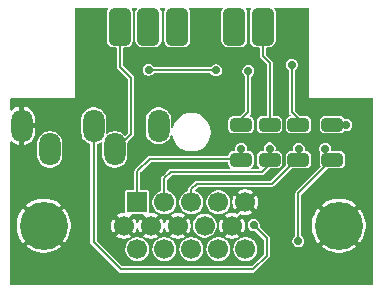
<source format=gbl>
G04 #@! TF.GenerationSoftware,KiCad,Pcbnew,9.0.0*
G04 #@! TF.CreationDate,2025-03-27T12:33:45-07:00*
G04 #@! TF.ProjectId,SNES2VGA,534e4553-3256-4474-912e-6b696361645f,1*
G04 #@! TF.SameCoordinates,Original*
G04 #@! TF.FileFunction,Copper,L2,Bot*
G04 #@! TF.FilePolarity,Positive*
%FSLAX46Y46*%
G04 Gerber Fmt 4.6, Leading zero omitted, Abs format (unit mm)*
G04 Created by KiCad (PCBNEW 9.0.0) date 2025-03-27 12:33:45*
%MOMM*%
%LPD*%
G01*
G04 APERTURE LIST*
G04 Aperture macros list*
%AMRoundRect*
0 Rectangle with rounded corners*
0 $1 Rounding radius*
0 $2 $3 $4 $5 $6 $7 $8 $9 X,Y pos of 4 corners*
0 Add a 4 corners polygon primitive as box body*
4,1,4,$2,$3,$4,$5,$6,$7,$8,$9,$2,$3,0*
0 Add four circle primitives for the rounded corners*
1,1,$1+$1,$2,$3*
1,1,$1+$1,$4,$5*
1,1,$1+$1,$6,$7*
1,1,$1+$1,$8,$9*
0 Add four rect primitives between the rounded corners*
20,1,$1+$1,$2,$3,$4,$5,0*
20,1,$1+$1,$4,$5,$6,$7,0*
20,1,$1+$1,$6,$7,$8,$9,0*
20,1,$1+$1,$8,$9,$2,$3,0*%
G04 Aperture macros list end*
G04 #@! TA.AperFunction,ConnectorPad*
%ADD10RoundRect,0.475000X-0.475000X-1.125000X0.475000X-1.125000X0.475000X1.125000X-0.475000X1.125000X0*%
G04 #@! TD*
G04 #@! TA.AperFunction,SMDPad,CuDef*
%ADD11RoundRect,0.250000X-0.650000X0.325000X-0.650000X-0.325000X0.650000X-0.325000X0.650000X0.325000X0*%
G04 #@! TD*
G04 #@! TA.AperFunction,ComponentPad*
%ADD12R,1.700000X1.700000*%
G04 #@! TD*
G04 #@! TA.AperFunction,ComponentPad*
%ADD13C,1.700000*%
G04 #@! TD*
G04 #@! TA.AperFunction,ComponentPad*
%ADD14C,4.066000*%
G04 #@! TD*
G04 #@! TA.AperFunction,ComponentPad*
%ADD15O,1.800000X2.800000*%
G04 #@! TD*
G04 #@! TA.AperFunction,ViaPad*
%ADD16C,0.700000*%
G04 #@! TD*
G04 #@! TA.AperFunction,Conductor*
%ADD17C,0.200000*%
G04 #@! TD*
G04 APERTURE END LIST*
D10*
X146980000Y-90140000D03*
X144560000Y-90140000D03*
X142140000Y-90140000D03*
X139720000Y-90140000D03*
X137300000Y-90140000D03*
X134880000Y-90140000D03*
D11*
X145130000Y-98455000D03*
X145130000Y-101405000D03*
X147560000Y-98455000D03*
X147560000Y-101405000D03*
X150000000Y-98455000D03*
X150000000Y-101405000D03*
D12*
X136345000Y-105020000D03*
D13*
X138635000Y-105020000D03*
X140925000Y-105020000D03*
X143215000Y-105020000D03*
X145505000Y-105020000D03*
X135200000Y-107000000D03*
X137490000Y-107000000D03*
X139780000Y-107000000D03*
X142070000Y-107000000D03*
X144360000Y-107000000D03*
X136345000Y-108980000D03*
X138635000Y-108980000D03*
X140925000Y-108980000D03*
X143215000Y-108980000D03*
X145505000Y-108980000D03*
D14*
X153420000Y-107000000D03*
X128430000Y-107000000D03*
D15*
X134450000Y-100550000D03*
X132650000Y-98550000D03*
X126550000Y-98550000D03*
X128950000Y-100550000D03*
X138150000Y-98550000D03*
D11*
X152870000Y-98455000D03*
X152870000Y-101405000D03*
D16*
X145760000Y-93900000D03*
X145150000Y-100480000D03*
X147550000Y-100469950D03*
X144560000Y-91259991D03*
X149430000Y-93380000D03*
X150010000Y-100490000D03*
X149990000Y-108300000D03*
X152270000Y-100490000D03*
X137310000Y-93809998D03*
X143010000Y-93850000D03*
X137280000Y-91240000D03*
X146200000Y-106939990D03*
X134493000Y-97663000D03*
X132537200Y-94538800D03*
X137540000Y-102880000D03*
X149479000Y-90043000D03*
X139810000Y-103440000D03*
X141470000Y-93030000D03*
X136017000Y-100203000D03*
X154060000Y-98470000D03*
D17*
X144940000Y-98180000D02*
X145760000Y-97360000D01*
X145760000Y-97360000D02*
X145760000Y-93900000D01*
X136340000Y-102400000D02*
X137390000Y-101350000D01*
X136340000Y-104780000D02*
X136340000Y-102400000D01*
X145150000Y-100480000D02*
X145150000Y-101280000D01*
X137390000Y-101350000D02*
X145150000Y-101350000D01*
X146970000Y-92650000D02*
X146970000Y-90930000D01*
X147590000Y-93270000D02*
X146970000Y-92650000D01*
X147590000Y-98030000D02*
X147590000Y-93270000D01*
X146890000Y-102450000D02*
X139170000Y-102450000D01*
X147550000Y-101340000D02*
X147550000Y-100469950D01*
X139170000Y-102450000D02*
X138640000Y-102980000D01*
X138640000Y-102980000D02*
X138640000Y-104750000D01*
X147580000Y-101760000D02*
X146890000Y-102450000D01*
X149430000Y-93380000D02*
X149440000Y-93390000D01*
X149440000Y-97360000D02*
X149980000Y-97900000D01*
X149980000Y-97900000D02*
X149980000Y-98470000D01*
X149440000Y-93390000D02*
X149440000Y-97360000D01*
X150010000Y-100490000D02*
X150010000Y-101320000D01*
X141390000Y-103440000D02*
X140925000Y-103905000D01*
X149550000Y-101670000D02*
X147780000Y-103440000D01*
X147780000Y-103440000D02*
X141390000Y-103440000D01*
X140925000Y-103905000D02*
X140925000Y-105020000D01*
X134880000Y-93530000D02*
X135830000Y-94480000D01*
X135830000Y-94480000D02*
X135830000Y-99250000D01*
X134880000Y-90700000D02*
X134880000Y-93530000D01*
X135830000Y-99250000D02*
X134490000Y-100590000D01*
X149990000Y-108300000D02*
X149990000Y-104270000D01*
X149990000Y-104270000D02*
X152870000Y-101390000D01*
X143010000Y-93850000D02*
X137350002Y-93850000D01*
X137350002Y-93850000D02*
X137310000Y-93809998D01*
X134980000Y-110710000D02*
X146150000Y-110710000D01*
X146150000Y-110710000D02*
X147320000Y-109540000D01*
X147320000Y-108059990D02*
X146200000Y-106939990D01*
X132650000Y-98550000D02*
X132650000Y-108380000D01*
X147320000Y-109540000D02*
X147320000Y-108059990D01*
X132650000Y-108380000D02*
X134980000Y-110710000D01*
X154060000Y-98470000D02*
X152870000Y-98470000D01*
G04 #@! TA.AperFunction,Conductor*
G36*
X136836581Y-106048982D02*
G01*
X136856739Y-106083897D01*
X137304822Y-106531980D01*
X137297007Y-106534075D01*
X137182993Y-106599901D01*
X137089901Y-106692993D01*
X137024075Y-106807007D01*
X137021980Y-106814822D01*
X136583464Y-106376306D01*
X136549195Y-106423476D01*
X136470594Y-106577736D01*
X136470589Y-106577749D01*
X136420133Y-106733036D01*
X136386863Y-106775619D01*
X136334005Y-106786854D01*
X136286291Y-106761484D01*
X136269867Y-106733036D01*
X136219410Y-106577749D01*
X136219405Y-106577736D01*
X136140804Y-106423475D01*
X136106534Y-106376306D01*
X135668018Y-106814821D01*
X135665925Y-106807007D01*
X135600099Y-106692993D01*
X135507007Y-106599901D01*
X135392993Y-106534075D01*
X135385176Y-106531980D01*
X135834644Y-106082512D01*
X135839881Y-106063626D01*
X135884416Y-106033017D01*
X135904198Y-106030500D01*
X136785801Y-106030500D01*
X136836581Y-106048982D01*
G37*
G04 #@! TD.AperFunction*
G04 #@! TA.AperFunction,Conductor*
G36*
X133865494Y-88548982D02*
G01*
X133892514Y-88595782D01*
X133883130Y-88649000D01*
X133882713Y-88649714D01*
X133817129Y-88760609D01*
X133772337Y-88914788D01*
X133772335Y-88914796D01*
X133769500Y-88950819D01*
X133769500Y-88950820D01*
X133769500Y-88950826D01*
X133769500Y-91329172D01*
X133769501Y-91329180D01*
X133771980Y-91360701D01*
X133772335Y-91365205D01*
X133772336Y-91365211D01*
X133817129Y-91519390D01*
X133898865Y-91657598D01*
X133898867Y-91657601D01*
X134012398Y-91771132D01*
X134012401Y-91771134D01*
X134012402Y-91771135D01*
X134150607Y-91852869D01*
X134150609Y-91852870D01*
X134202003Y-91867801D01*
X134304796Y-91897665D01*
X134340819Y-91900500D01*
X134540500Y-91900499D01*
X134591280Y-91918981D01*
X134618300Y-91965780D01*
X134619500Y-91979499D01*
X134619500Y-93581819D01*
X134659156Y-93677557D01*
X134659161Y-93677564D01*
X135546361Y-94564763D01*
X135569199Y-94613739D01*
X135569500Y-94620624D01*
X135569500Y-99109374D01*
X135551018Y-99160154D01*
X135546361Y-99165235D01*
X135361546Y-99350050D01*
X135312570Y-99372888D01*
X135260372Y-99358902D01*
X135249824Y-99350050D01*
X135126034Y-99226260D01*
X135126027Y-99226254D01*
X134997689Y-99140502D01*
X134952335Y-99110197D01*
X134952332Y-99110196D01*
X134952331Y-99110195D01*
X134759338Y-99030255D01*
X134759336Y-99030254D01*
X134554450Y-98989500D01*
X134345550Y-98989500D01*
X134140663Y-99030254D01*
X134140661Y-99030255D01*
X133947668Y-99110195D01*
X133947663Y-99110198D01*
X133833390Y-99186553D01*
X133780899Y-99199397D01*
X133732433Y-99175496D01*
X133710669Y-99126034D01*
X133710500Y-99120867D01*
X133710500Y-97945550D01*
X133669745Y-97740663D01*
X133669744Y-97740661D01*
X133602764Y-97578956D01*
X133589803Y-97547665D01*
X133473744Y-97373971D01*
X133473739Y-97373965D01*
X133326034Y-97226260D01*
X133326027Y-97226254D01*
X133152336Y-97110198D01*
X133152335Y-97110197D01*
X133152332Y-97110196D01*
X133152331Y-97110195D01*
X132959338Y-97030255D01*
X132959336Y-97030254D01*
X132754450Y-96989500D01*
X132545550Y-96989500D01*
X132340663Y-97030254D01*
X132340661Y-97030255D01*
X132147668Y-97110195D01*
X132147663Y-97110198D01*
X131973972Y-97226254D01*
X131973965Y-97226260D01*
X131826260Y-97373965D01*
X131826254Y-97373972D01*
X131710198Y-97547663D01*
X131710195Y-97547668D01*
X131630255Y-97740661D01*
X131630254Y-97740663D01*
X131589500Y-97945550D01*
X131589500Y-99154449D01*
X131630254Y-99359336D01*
X131630255Y-99359338D01*
X131710195Y-99552331D01*
X131710198Y-99552336D01*
X131826254Y-99726027D01*
X131826260Y-99726034D01*
X131973965Y-99873739D01*
X131973972Y-99873745D01*
X132042963Y-99919843D01*
X132147665Y-99989803D01*
X132340664Y-100069745D01*
X132340669Y-100069746D01*
X132340732Y-100069772D01*
X132380574Y-100106281D01*
X132389500Y-100142759D01*
X132389500Y-108431819D01*
X132429156Y-108527557D01*
X132429161Y-108527564D01*
X134832434Y-110930838D01*
X134832437Y-110930840D01*
X134832439Y-110930842D01*
X134928183Y-110970500D01*
X134928185Y-110970500D01*
X146201817Y-110970500D01*
X146233731Y-110957280D01*
X146297557Y-110930843D01*
X146297558Y-110930842D01*
X146297561Y-110930841D01*
X147540842Y-109687561D01*
X147580500Y-109591817D01*
X147580500Y-109488183D01*
X147580500Y-108232790D01*
X149479500Y-108232790D01*
X149479500Y-108367209D01*
X149514289Y-108497045D01*
X149514290Y-108497047D01*
X149581499Y-108613456D01*
X149676543Y-108708500D01*
X149676545Y-108708501D01*
X149676546Y-108708502D01*
X149792954Y-108775710D01*
X149922791Y-108810500D01*
X149922793Y-108810500D01*
X150057207Y-108810500D01*
X150057209Y-108810500D01*
X150187046Y-108775710D01*
X150303454Y-108708502D01*
X150303456Y-108708500D01*
X150347312Y-108664645D01*
X150398500Y-108613456D01*
X150398502Y-108613454D01*
X150465710Y-108497046D01*
X150500500Y-108367209D01*
X150500500Y-108232791D01*
X150465710Y-108102954D01*
X150464003Y-108099998D01*
X150417473Y-108019405D01*
X150398502Y-107986546D01*
X150398501Y-107986545D01*
X150398500Y-107986543D01*
X150303456Y-107891499D01*
X150303454Y-107891498D01*
X150289999Y-107883729D01*
X150255264Y-107842332D01*
X150250500Y-107815314D01*
X150250500Y-107149639D01*
X151136999Y-107149639D01*
X151176060Y-107446339D01*
X151253517Y-107735413D01*
X151253518Y-107735416D01*
X151368046Y-108011913D01*
X151517679Y-108271084D01*
X151668941Y-108468214D01*
X151668942Y-108468215D01*
X152155503Y-107981653D01*
X152199588Y-108042330D01*
X152377670Y-108220412D01*
X152438344Y-108264494D01*
X151951783Y-108751056D01*
X151951784Y-108751057D01*
X152148915Y-108902320D01*
X152408086Y-109051953D01*
X152684583Y-109166481D01*
X152684586Y-109166482D01*
X152973660Y-109243939D01*
X153270360Y-109283000D01*
X153569639Y-109283000D01*
X153866339Y-109243939D01*
X154155413Y-109166482D01*
X154155416Y-109166481D01*
X154431913Y-109051953D01*
X154691086Y-108902319D01*
X154691091Y-108902316D01*
X154888214Y-108751056D01*
X154888215Y-108751056D01*
X154401654Y-108264495D01*
X154462330Y-108220412D01*
X154640412Y-108042330D01*
X154684495Y-107981654D01*
X155171056Y-108468215D01*
X155171056Y-108468214D01*
X155322316Y-108271091D01*
X155322319Y-108271086D01*
X155471953Y-108011913D01*
X155586481Y-107735416D01*
X155586482Y-107735413D01*
X155663939Y-107446339D01*
X155703000Y-107149639D01*
X155703000Y-106850360D01*
X155663939Y-106553660D01*
X155586482Y-106264586D01*
X155586481Y-106264583D01*
X155471953Y-105988086D01*
X155322320Y-105728915D01*
X155171057Y-105531784D01*
X155171056Y-105531783D01*
X154684494Y-106018344D01*
X154640412Y-105957670D01*
X154462330Y-105779588D01*
X154401653Y-105735504D01*
X154888215Y-105248942D01*
X154888214Y-105248941D01*
X154691084Y-105097679D01*
X154431913Y-104948046D01*
X154155416Y-104833518D01*
X154155413Y-104833517D01*
X153866339Y-104756060D01*
X153569639Y-104717000D01*
X153270361Y-104717000D01*
X152973660Y-104756060D01*
X152684586Y-104833517D01*
X152684583Y-104833518D01*
X152408086Y-104948046D01*
X152148915Y-105097679D01*
X151951784Y-105248941D01*
X151951783Y-105248942D01*
X152438345Y-105735504D01*
X152377670Y-105779588D01*
X152199588Y-105957670D01*
X152155504Y-106018345D01*
X151668942Y-105531783D01*
X151668941Y-105531784D01*
X151517679Y-105728915D01*
X151368046Y-105988086D01*
X151253518Y-106264583D01*
X151253517Y-106264586D01*
X151176060Y-106553660D01*
X151137000Y-106850360D01*
X151137000Y-107149639D01*
X151136999Y-107149639D01*
X150250500Y-107149639D01*
X150250500Y-104410623D01*
X150268982Y-104359843D01*
X150273628Y-104354773D01*
X152464763Y-102163637D01*
X152513739Y-102140800D01*
X152520624Y-102140499D01*
X153552303Y-102140499D01*
X153552306Y-102140499D01*
X153648433Y-102125275D01*
X153764294Y-102066241D01*
X153856241Y-101974294D01*
X153915275Y-101858433D01*
X153930500Y-101762307D01*
X153930499Y-101047694D01*
X153915275Y-100951567D01*
X153856241Y-100835706D01*
X153856240Y-100835705D01*
X153856239Y-100835703D01*
X153764296Y-100743760D01*
X153762169Y-100742676D01*
X153648433Y-100684725D01*
X153648429Y-100684724D01*
X153648426Y-100684723D01*
X153552318Y-100669501D01*
X153552310Y-100669500D01*
X153552307Y-100669500D01*
X153552302Y-100669500D01*
X152853366Y-100669500D01*
X152802586Y-100651018D01*
X152775566Y-100604218D01*
X152777058Y-100570053D01*
X152780500Y-100557209D01*
X152780500Y-100422791D01*
X152745710Y-100292954D01*
X152678502Y-100176546D01*
X152678501Y-100176545D01*
X152678500Y-100176543D01*
X152583456Y-100081499D01*
X152467047Y-100014290D01*
X152467045Y-100014289D01*
X152337209Y-99979500D01*
X152202791Y-99979500D01*
X152202790Y-99979500D01*
X152072954Y-100014289D01*
X152072952Y-100014290D01*
X151956543Y-100081499D01*
X151861499Y-100176543D01*
X151794290Y-100292952D01*
X151794289Y-100292954D01*
X151759500Y-100422790D01*
X151759500Y-100557209D01*
X151794289Y-100687045D01*
X151794290Y-100687047D01*
X151860605Y-100801908D01*
X151869989Y-100855126D01*
X151862579Y-100877272D01*
X151824726Y-100951565D01*
X151824723Y-100951573D01*
X151809501Y-101047681D01*
X151809500Y-101047697D01*
X151809500Y-101762303D01*
X151818995Y-101822253D01*
X151824725Y-101858433D01*
X151837700Y-101883897D01*
X151869024Y-101945375D01*
X151875609Y-101999012D01*
X151854495Y-102037101D01*
X150230760Y-103660838D01*
X149842439Y-104049159D01*
X149818430Y-104073168D01*
X149769158Y-104122439D01*
X149769156Y-104122442D01*
X149729500Y-104218180D01*
X149729500Y-107815314D01*
X149711018Y-107866094D01*
X149690001Y-107883729D01*
X149676545Y-107891498D01*
X149676544Y-107891499D01*
X149581499Y-107986543D01*
X149514290Y-108102952D01*
X149514289Y-108102954D01*
X149479500Y-108232790D01*
X147580500Y-108232790D01*
X147580500Y-108008173D01*
X147571542Y-107986546D01*
X147540843Y-107912432D01*
X147540841Y-107912429D01*
X147512141Y-107883729D01*
X147467561Y-107839149D01*
X146726925Y-107098513D01*
X146704087Y-107049537D01*
X146706478Y-107022205D01*
X146710500Y-107007199D01*
X146710500Y-106872781D01*
X146675710Y-106742944D01*
X146675399Y-106742406D01*
X146608500Y-106626533D01*
X146513456Y-106531489D01*
X146397047Y-106464280D01*
X146397045Y-106464279D01*
X146267209Y-106429490D01*
X146132791Y-106429490D01*
X146132790Y-106429490D01*
X146002954Y-106464279D01*
X146002952Y-106464280D01*
X145886543Y-106531489D01*
X145791499Y-106626533D01*
X145724290Y-106742942D01*
X145724289Y-106742944D01*
X145689500Y-106872780D01*
X145689500Y-107007199D01*
X145724289Y-107137035D01*
X145724290Y-107137037D01*
X145791499Y-107253446D01*
X145886543Y-107348490D01*
X145886545Y-107348491D01*
X145886546Y-107348492D01*
X146002954Y-107415700D01*
X146132791Y-107450490D01*
X146132793Y-107450490D01*
X146267207Y-107450490D01*
X146267209Y-107450490D01*
X146282213Y-107446469D01*
X146336045Y-107451176D01*
X146358523Y-107466915D01*
X147036361Y-108144753D01*
X147059199Y-108193729D01*
X147059500Y-108200614D01*
X147059500Y-109399375D01*
X147041018Y-109450155D01*
X147036361Y-109455236D01*
X146065237Y-110426361D01*
X146016261Y-110449199D01*
X146009376Y-110449500D01*
X135120625Y-110449500D01*
X135069845Y-110431018D01*
X135064764Y-110426361D01*
X133518877Y-108880474D01*
X135334500Y-108880474D01*
X135334500Y-109079526D01*
X135351797Y-109166482D01*
X135373333Y-109274753D01*
X135373334Y-109274757D01*
X135449504Y-109458645D01*
X135449507Y-109458651D01*
X135560092Y-109624154D01*
X135560098Y-109624161D01*
X135700838Y-109764901D01*
X135700844Y-109764906D01*
X135866349Y-109875493D01*
X135866354Y-109875495D01*
X136050242Y-109951665D01*
X136050244Y-109951665D01*
X136050248Y-109951667D01*
X136245474Y-109990500D01*
X136444526Y-109990500D01*
X136639752Y-109951667D01*
X136823651Y-109875493D01*
X136989156Y-109764906D01*
X137129906Y-109624156D01*
X137240493Y-109458651D01*
X137316667Y-109274752D01*
X137355500Y-109079526D01*
X137355500Y-108880474D01*
X137624500Y-108880474D01*
X137624500Y-109079526D01*
X137641797Y-109166482D01*
X137663333Y-109274753D01*
X137663334Y-109274757D01*
X137739504Y-109458645D01*
X137739507Y-109458651D01*
X137850092Y-109624154D01*
X137850098Y-109624161D01*
X137990838Y-109764901D01*
X137990844Y-109764906D01*
X138156349Y-109875493D01*
X138156354Y-109875495D01*
X138340242Y-109951665D01*
X138340244Y-109951665D01*
X138340248Y-109951667D01*
X138535474Y-109990500D01*
X138734526Y-109990500D01*
X138929752Y-109951667D01*
X139113651Y-109875493D01*
X139279156Y-109764906D01*
X139419906Y-109624156D01*
X139530493Y-109458651D01*
X139606667Y-109274752D01*
X139645500Y-109079526D01*
X139645500Y-108880474D01*
X139914500Y-108880474D01*
X139914500Y-109079526D01*
X139931797Y-109166482D01*
X139953333Y-109274753D01*
X139953334Y-109274757D01*
X140029504Y-109458645D01*
X140029507Y-109458651D01*
X140140092Y-109624154D01*
X140140098Y-109624161D01*
X140280838Y-109764901D01*
X140280844Y-109764906D01*
X140446349Y-109875493D01*
X140446354Y-109875495D01*
X140630242Y-109951665D01*
X140630244Y-109951665D01*
X140630248Y-109951667D01*
X140825474Y-109990500D01*
X141024526Y-109990500D01*
X141219752Y-109951667D01*
X141403651Y-109875493D01*
X141569156Y-109764906D01*
X141709906Y-109624156D01*
X141820493Y-109458651D01*
X141896667Y-109274752D01*
X141935500Y-109079526D01*
X141935500Y-108880474D01*
X142204500Y-108880474D01*
X142204500Y-109079526D01*
X142221797Y-109166482D01*
X142243333Y-109274753D01*
X142243334Y-109274757D01*
X142319504Y-109458645D01*
X142319507Y-109458651D01*
X142430092Y-109624154D01*
X142430098Y-109624161D01*
X142570838Y-109764901D01*
X142570844Y-109764906D01*
X142736349Y-109875493D01*
X142736354Y-109875495D01*
X142920242Y-109951665D01*
X142920244Y-109951665D01*
X142920248Y-109951667D01*
X143115474Y-109990500D01*
X143314526Y-109990500D01*
X143509752Y-109951667D01*
X143693651Y-109875493D01*
X143859156Y-109764906D01*
X143999906Y-109624156D01*
X144110493Y-109458651D01*
X144186667Y-109274752D01*
X144225500Y-109079526D01*
X144225500Y-108880474D01*
X144494500Y-108880474D01*
X144494500Y-109079526D01*
X144511797Y-109166482D01*
X144533333Y-109274753D01*
X144533334Y-109274757D01*
X144609504Y-109458645D01*
X144609507Y-109458651D01*
X144720092Y-109624154D01*
X144720098Y-109624161D01*
X144860838Y-109764901D01*
X144860844Y-109764906D01*
X145026349Y-109875493D01*
X145026354Y-109875495D01*
X145210242Y-109951665D01*
X145210244Y-109951665D01*
X145210248Y-109951667D01*
X145405474Y-109990500D01*
X145604526Y-109990500D01*
X145799752Y-109951667D01*
X145983651Y-109875493D01*
X146149156Y-109764906D01*
X146289906Y-109624156D01*
X146400493Y-109458651D01*
X146476667Y-109274752D01*
X146515500Y-109079526D01*
X146515500Y-108880474D01*
X146476667Y-108685248D01*
X146400493Y-108501349D01*
X146311688Y-108368443D01*
X146289907Y-108335845D01*
X146289901Y-108335838D01*
X146149161Y-108195098D01*
X146149154Y-108195092D01*
X145983651Y-108084507D01*
X145983645Y-108084504D01*
X145799757Y-108008334D01*
X145799753Y-108008333D01*
X145604526Y-107969500D01*
X145405474Y-107969500D01*
X145210246Y-108008333D01*
X145210242Y-108008334D01*
X145026354Y-108084504D01*
X145026348Y-108084507D01*
X144860845Y-108195092D01*
X144860838Y-108195098D01*
X144720098Y-108335838D01*
X144720092Y-108335845D01*
X144609507Y-108501348D01*
X144609504Y-108501354D01*
X144533334Y-108685242D01*
X144533333Y-108685246D01*
X144515339Y-108775709D01*
X144494500Y-108880474D01*
X144225500Y-108880474D01*
X144186667Y-108685248D01*
X144110493Y-108501349D01*
X144021688Y-108368443D01*
X143999907Y-108335845D01*
X143999901Y-108335838D01*
X143859161Y-108195098D01*
X143859154Y-108195092D01*
X143693651Y-108084507D01*
X143693645Y-108084504D01*
X143509757Y-108008334D01*
X143509753Y-108008333D01*
X143314526Y-107969500D01*
X143115474Y-107969500D01*
X142920246Y-108008333D01*
X142920242Y-108008334D01*
X142736354Y-108084504D01*
X142736348Y-108084507D01*
X142570845Y-108195092D01*
X142570838Y-108195098D01*
X142430098Y-108335838D01*
X142430092Y-108335845D01*
X142319507Y-108501348D01*
X142319504Y-108501354D01*
X142243334Y-108685242D01*
X142243333Y-108685246D01*
X142225339Y-108775709D01*
X142204500Y-108880474D01*
X141935500Y-108880474D01*
X141896667Y-108685248D01*
X141820493Y-108501349D01*
X141731688Y-108368443D01*
X141709907Y-108335845D01*
X141709901Y-108335838D01*
X141569161Y-108195098D01*
X141569154Y-108195092D01*
X141403651Y-108084507D01*
X141403645Y-108084504D01*
X141219757Y-108008334D01*
X141219753Y-108008333D01*
X141024526Y-107969500D01*
X140825474Y-107969500D01*
X140630246Y-108008333D01*
X140630242Y-108008334D01*
X140446354Y-108084504D01*
X140446348Y-108084507D01*
X140280845Y-108195092D01*
X140280838Y-108195098D01*
X140140098Y-108335838D01*
X140140092Y-108335845D01*
X140029507Y-108501348D01*
X140029504Y-108501354D01*
X139953334Y-108685242D01*
X139953333Y-108685246D01*
X139935339Y-108775709D01*
X139914500Y-108880474D01*
X139645500Y-108880474D01*
X139606667Y-108685248D01*
X139530493Y-108501349D01*
X139441688Y-108368443D01*
X139419907Y-108335845D01*
X139419901Y-108335838D01*
X139279161Y-108195098D01*
X139279154Y-108195092D01*
X139113651Y-108084507D01*
X139113645Y-108084504D01*
X138929757Y-108008334D01*
X138929753Y-108008333D01*
X138734526Y-107969500D01*
X138535474Y-107969500D01*
X138340246Y-108008333D01*
X138340242Y-108008334D01*
X138156354Y-108084504D01*
X138156348Y-108084507D01*
X137990845Y-108195092D01*
X137990838Y-108195098D01*
X137850098Y-108335838D01*
X137850092Y-108335845D01*
X137739507Y-108501348D01*
X137739504Y-108501354D01*
X137663334Y-108685242D01*
X137663333Y-108685246D01*
X137645339Y-108775709D01*
X137624500Y-108880474D01*
X137355500Y-108880474D01*
X137316667Y-108685248D01*
X137240493Y-108501349D01*
X137151688Y-108368443D01*
X137129907Y-108335845D01*
X137129901Y-108335838D01*
X136989161Y-108195098D01*
X136989154Y-108195092D01*
X136823651Y-108084507D01*
X136823645Y-108084504D01*
X136639757Y-108008334D01*
X136639753Y-108008333D01*
X136444526Y-107969500D01*
X136245474Y-107969500D01*
X136050246Y-108008333D01*
X136050242Y-108008334D01*
X135866354Y-108084504D01*
X135866348Y-108084507D01*
X135700845Y-108195092D01*
X135700838Y-108195098D01*
X135560098Y-108335838D01*
X135560092Y-108335845D01*
X135449507Y-108501348D01*
X135449504Y-108501354D01*
X135373334Y-108685242D01*
X135373333Y-108685246D01*
X135355339Y-108775709D01*
X135334500Y-108880474D01*
X133518877Y-108880474D01*
X132933639Y-108295236D01*
X132910801Y-108246260D01*
X132910500Y-108239375D01*
X132910500Y-106913432D01*
X134100000Y-106913432D01*
X134100000Y-107086567D01*
X134100001Y-107086583D01*
X134127083Y-107257573D01*
X134127088Y-107257593D01*
X134180589Y-107422250D01*
X134180594Y-107422263D01*
X134259195Y-107576524D01*
X134293464Y-107623692D01*
X134731980Y-107185176D01*
X134734075Y-107192993D01*
X134799901Y-107307007D01*
X134892993Y-107400099D01*
X135007007Y-107465925D01*
X135014821Y-107468018D01*
X134576306Y-107906534D01*
X134623475Y-107940804D01*
X134777736Y-108019405D01*
X134777749Y-108019410D01*
X134942406Y-108072911D01*
X134942426Y-108072916D01*
X135113416Y-108099998D01*
X135113433Y-108100000D01*
X135286567Y-108100000D01*
X135286583Y-108099998D01*
X135457573Y-108072916D01*
X135457593Y-108072911D01*
X135622250Y-108019410D01*
X135622263Y-108019405D01*
X135776525Y-107940803D01*
X135823692Y-107906534D01*
X135385177Y-107468019D01*
X135392993Y-107465925D01*
X135507007Y-107400099D01*
X135600099Y-107307007D01*
X135665925Y-107192993D01*
X135668019Y-107185177D01*
X136106534Y-107623692D01*
X136140803Y-107576525D01*
X136219405Y-107422263D01*
X136219410Y-107422250D01*
X136269867Y-107266963D01*
X136303137Y-107224380D01*
X136355995Y-107213145D01*
X136403709Y-107238515D01*
X136420133Y-107266963D01*
X136470589Y-107422250D01*
X136470594Y-107422263D01*
X136549195Y-107576524D01*
X136583464Y-107623692D01*
X137021980Y-107185176D01*
X137024075Y-107192993D01*
X137089901Y-107307007D01*
X137182993Y-107400099D01*
X137297007Y-107465925D01*
X137304821Y-107468018D01*
X136866306Y-107906534D01*
X136913475Y-107940804D01*
X137067736Y-108019405D01*
X137067749Y-108019410D01*
X137232406Y-108072911D01*
X137232426Y-108072916D01*
X137403416Y-108099998D01*
X137403433Y-108100000D01*
X137576567Y-108100000D01*
X137576583Y-108099998D01*
X137747573Y-108072916D01*
X137747593Y-108072911D01*
X137912250Y-108019410D01*
X137912263Y-108019405D01*
X138066525Y-107940803D01*
X138113692Y-107906534D01*
X137675177Y-107468019D01*
X137682993Y-107465925D01*
X137797007Y-107400099D01*
X137890099Y-107307007D01*
X137955925Y-107192993D01*
X137958019Y-107185177D01*
X138396534Y-107623692D01*
X138430803Y-107576525D01*
X138509405Y-107422263D01*
X138509410Y-107422250D01*
X138559867Y-107266963D01*
X138593137Y-107224380D01*
X138645995Y-107213145D01*
X138693709Y-107238515D01*
X138710133Y-107266963D01*
X138760589Y-107422250D01*
X138760594Y-107422263D01*
X138839195Y-107576524D01*
X138873464Y-107623692D01*
X139311980Y-107185176D01*
X139314075Y-107192993D01*
X139379901Y-107307007D01*
X139472993Y-107400099D01*
X139587007Y-107465925D01*
X139594821Y-107468018D01*
X139156306Y-107906534D01*
X139203475Y-107940804D01*
X139357736Y-108019405D01*
X139357749Y-108019410D01*
X139522406Y-108072911D01*
X139522426Y-108072916D01*
X139693416Y-108099998D01*
X139693433Y-108100000D01*
X139866567Y-108100000D01*
X139866583Y-108099998D01*
X140037573Y-108072916D01*
X140037593Y-108072911D01*
X140202250Y-108019410D01*
X140202263Y-108019405D01*
X140356525Y-107940803D01*
X140403692Y-107906534D01*
X139965177Y-107468019D01*
X139972993Y-107465925D01*
X140087007Y-107400099D01*
X140180099Y-107307007D01*
X140245925Y-107192993D01*
X140248019Y-107185177D01*
X140686534Y-107623692D01*
X140720803Y-107576525D01*
X140799405Y-107422263D01*
X140799410Y-107422250D01*
X140852911Y-107257593D01*
X140852916Y-107257573D01*
X140879998Y-107086583D01*
X140880000Y-107086567D01*
X140880000Y-106913432D01*
X140879999Y-106913428D01*
X140879291Y-106908956D01*
X140879291Y-106908951D01*
X140877948Y-106900474D01*
X141059500Y-106900474D01*
X141059500Y-107099526D01*
X141069468Y-107149639D01*
X141098333Y-107294753D01*
X141098334Y-107294757D01*
X141174504Y-107478645D01*
X141174507Y-107478651D01*
X141285092Y-107644154D01*
X141285098Y-107644161D01*
X141425838Y-107784901D01*
X141425844Y-107784906D01*
X141591349Y-107895493D01*
X141591354Y-107895495D01*
X141775242Y-107971665D01*
X141775244Y-107971665D01*
X141775248Y-107971667D01*
X141970474Y-108010500D01*
X142169526Y-108010500D01*
X142364752Y-107971667D01*
X142548651Y-107895493D01*
X142714156Y-107784906D01*
X142854906Y-107644156D01*
X142965493Y-107478651D01*
X143041667Y-107294752D01*
X143080500Y-107099526D01*
X143080500Y-106913432D01*
X143260000Y-106913432D01*
X143260000Y-107086567D01*
X143260001Y-107086583D01*
X143287083Y-107257573D01*
X143287088Y-107257593D01*
X143340589Y-107422250D01*
X143340594Y-107422263D01*
X143419195Y-107576524D01*
X143453464Y-107623692D01*
X143891980Y-107185176D01*
X143894075Y-107192993D01*
X143959901Y-107307007D01*
X144052993Y-107400099D01*
X144167007Y-107465925D01*
X144174821Y-107468018D01*
X143736306Y-107906534D01*
X143783475Y-107940804D01*
X143937736Y-108019405D01*
X143937749Y-108019410D01*
X144102406Y-108072911D01*
X144102426Y-108072916D01*
X144273416Y-108099998D01*
X144273433Y-108100000D01*
X144446567Y-108100000D01*
X144446583Y-108099998D01*
X144617573Y-108072916D01*
X144617593Y-108072911D01*
X144782250Y-108019410D01*
X144782263Y-108019405D01*
X144936525Y-107940803D01*
X144983692Y-107906534D01*
X144545177Y-107468019D01*
X144552993Y-107465925D01*
X144667007Y-107400099D01*
X144760099Y-107307007D01*
X144825925Y-107192993D01*
X144828019Y-107185177D01*
X145266534Y-107623692D01*
X145300803Y-107576525D01*
X145379405Y-107422263D01*
X145379410Y-107422250D01*
X145432911Y-107257593D01*
X145432916Y-107257573D01*
X145459998Y-107086583D01*
X145460000Y-107086567D01*
X145460000Y-106913432D01*
X145459998Y-106913416D01*
X145432916Y-106742426D01*
X145432911Y-106742406D01*
X145379410Y-106577749D01*
X145379405Y-106577736D01*
X145300804Y-106423475D01*
X145266534Y-106376306D01*
X144828018Y-106814821D01*
X144825925Y-106807007D01*
X144760099Y-106692993D01*
X144667007Y-106599901D01*
X144552993Y-106534075D01*
X144545176Y-106531980D01*
X144998155Y-106079001D01*
X145000440Y-106070760D01*
X145044973Y-106040148D01*
X145089172Y-106041497D01*
X145247407Y-106092911D01*
X145247426Y-106092916D01*
X145418416Y-106119998D01*
X145418433Y-106120000D01*
X145591567Y-106120000D01*
X145591583Y-106119998D01*
X145762573Y-106092916D01*
X145762593Y-106092911D01*
X145927250Y-106039410D01*
X145927263Y-106039405D01*
X146081525Y-105960803D01*
X146128692Y-105926534D01*
X145690177Y-105488019D01*
X145697993Y-105485925D01*
X145812007Y-105420099D01*
X145905099Y-105327007D01*
X145970925Y-105212993D01*
X145973019Y-105205177D01*
X146411534Y-105643692D01*
X146445803Y-105596525D01*
X146524405Y-105442263D01*
X146524410Y-105442250D01*
X146577911Y-105277593D01*
X146577916Y-105277573D01*
X146604998Y-105106583D01*
X146605000Y-105106567D01*
X146605000Y-104933432D01*
X146604998Y-104933416D01*
X146577916Y-104762426D01*
X146577911Y-104762406D01*
X146524410Y-104597749D01*
X146524405Y-104597736D01*
X146445804Y-104443475D01*
X146411534Y-104396306D01*
X145973018Y-104834821D01*
X145970925Y-104827007D01*
X145905099Y-104712993D01*
X145812007Y-104619901D01*
X145697993Y-104554075D01*
X145690176Y-104551980D01*
X146128692Y-104113464D01*
X146081524Y-104079195D01*
X145927263Y-104000594D01*
X145927250Y-104000589D01*
X145762593Y-103947088D01*
X145762573Y-103947083D01*
X145591583Y-103920001D01*
X145591567Y-103920000D01*
X145418433Y-103920000D01*
X145418416Y-103920001D01*
X145247426Y-103947083D01*
X145247406Y-103947088D01*
X145082749Y-104000589D01*
X145082736Y-104000594D01*
X144928476Y-104079195D01*
X144881306Y-104113464D01*
X145319822Y-104551980D01*
X145312007Y-104554075D01*
X145197993Y-104619901D01*
X145104901Y-104712993D01*
X145039075Y-104827007D01*
X145036980Y-104834822D01*
X144598464Y-104396306D01*
X144564195Y-104443476D01*
X144485594Y-104597736D01*
X144485589Y-104597749D01*
X144432088Y-104762406D01*
X144432083Y-104762426D01*
X144405001Y-104933416D01*
X144405000Y-104933432D01*
X144405000Y-105106567D01*
X144405001Y-105106583D01*
X144432083Y-105277573D01*
X144432088Y-105277593D01*
X144485589Y-105442250D01*
X144485594Y-105442263D01*
X144564195Y-105596524D01*
X144598464Y-105643692D01*
X145036980Y-105205176D01*
X145039075Y-105212993D01*
X145104901Y-105327007D01*
X145197993Y-105420099D01*
X145312007Y-105485925D01*
X145319821Y-105488018D01*
X144866838Y-105941002D01*
X144864551Y-105949248D01*
X144820014Y-105979854D01*
X144775826Y-105978502D01*
X144617592Y-105927088D01*
X144617573Y-105927083D01*
X144446583Y-105900001D01*
X144446567Y-105900000D01*
X144273433Y-105900000D01*
X144273416Y-105900001D01*
X144102426Y-105927083D01*
X144102406Y-105927088D01*
X143937749Y-105980589D01*
X143937736Y-105980594D01*
X143783476Y-106059195D01*
X143736306Y-106093464D01*
X144174822Y-106531980D01*
X144167007Y-106534075D01*
X144052993Y-106599901D01*
X143959901Y-106692993D01*
X143894075Y-106807007D01*
X143891980Y-106814822D01*
X143453464Y-106376306D01*
X143419195Y-106423476D01*
X143340594Y-106577736D01*
X143340589Y-106577749D01*
X143287088Y-106742406D01*
X143287083Y-106742426D01*
X143260001Y-106913416D01*
X143260000Y-106913432D01*
X143080500Y-106913432D01*
X143080500Y-106900474D01*
X143041667Y-106705248D01*
X143008564Y-106625332D01*
X142965495Y-106521354D01*
X142965492Y-106521348D01*
X142854907Y-106355845D01*
X142854901Y-106355838D01*
X142714161Y-106215098D01*
X142714154Y-106215092D01*
X142675491Y-106189259D01*
X142548651Y-106104507D01*
X142548645Y-106104504D01*
X142364757Y-106028334D01*
X142364753Y-106028333D01*
X142169526Y-105989500D01*
X141970474Y-105989500D01*
X141775246Y-106028333D01*
X141775242Y-106028334D01*
X141591354Y-106104504D01*
X141591348Y-106104507D01*
X141425845Y-106215092D01*
X141425838Y-106215098D01*
X141285098Y-106355838D01*
X141285092Y-106355845D01*
X141174507Y-106521348D01*
X141174504Y-106521354D01*
X141098334Y-106705242D01*
X141098333Y-106705246D01*
X141078092Y-106807007D01*
X141059500Y-106900474D01*
X140877948Y-106900474D01*
X140852916Y-106742426D01*
X140852911Y-106742406D01*
X140799410Y-106577749D01*
X140799405Y-106577736D01*
X140720804Y-106423475D01*
X140686534Y-106376306D01*
X140248018Y-106814821D01*
X140245925Y-106807007D01*
X140180099Y-106692993D01*
X140087007Y-106599901D01*
X139972993Y-106534075D01*
X139965176Y-106531980D01*
X140403692Y-106093464D01*
X140356524Y-106059195D01*
X140202263Y-105980594D01*
X140202250Y-105980589D01*
X140037593Y-105927088D01*
X140037573Y-105927083D01*
X139866583Y-105900001D01*
X139866567Y-105900000D01*
X139693433Y-105900000D01*
X139693416Y-105900001D01*
X139522426Y-105927083D01*
X139522406Y-105927088D01*
X139357749Y-105980589D01*
X139357736Y-105980594D01*
X139203476Y-106059195D01*
X139156306Y-106093464D01*
X139594822Y-106531980D01*
X139587007Y-106534075D01*
X139472993Y-106599901D01*
X139379901Y-106692993D01*
X139314075Y-106807007D01*
X139311980Y-106814822D01*
X138873464Y-106376306D01*
X138839195Y-106423476D01*
X138760594Y-106577736D01*
X138760589Y-106577749D01*
X138710133Y-106733036D01*
X138676863Y-106775619D01*
X138624005Y-106786854D01*
X138576291Y-106761484D01*
X138559867Y-106733036D01*
X138509410Y-106577749D01*
X138509405Y-106577736D01*
X138430804Y-106423475D01*
X138396534Y-106376306D01*
X137958018Y-106814821D01*
X137955925Y-106807007D01*
X137890099Y-106692993D01*
X137797007Y-106599901D01*
X137682993Y-106534075D01*
X137675176Y-106531980D01*
X138113692Y-106093464D01*
X138066524Y-106059195D01*
X137912263Y-105980594D01*
X137912250Y-105980589D01*
X137747593Y-105927088D01*
X137747573Y-105927083D01*
X137576583Y-105900001D01*
X137576567Y-105900000D01*
X137434500Y-105900000D01*
X137383720Y-105881518D01*
X137356700Y-105834718D01*
X137355500Y-105821000D01*
X137355500Y-104154194D01*
X137346187Y-104107376D01*
X137310714Y-104054285D01*
X137270984Y-104027740D01*
X137257624Y-104018813D01*
X137257623Y-104018812D01*
X137210806Y-104009500D01*
X136679500Y-104009500D01*
X136628720Y-103991018D01*
X136601700Y-103944218D01*
X136600500Y-103930500D01*
X136600500Y-102540624D01*
X136618982Y-102489844D01*
X136623639Y-102484763D01*
X137474763Y-101633639D01*
X137523739Y-101610801D01*
X137530624Y-101610500D01*
X143990501Y-101610500D01*
X144041281Y-101628982D01*
X144068301Y-101675782D01*
X144069501Y-101689500D01*
X144069501Y-101762306D01*
X144084725Y-101858433D01*
X144129024Y-101945375D01*
X144143760Y-101974296D01*
X144224103Y-102054639D01*
X144246941Y-102103615D01*
X144232955Y-102155813D01*
X144188689Y-102186808D01*
X144168242Y-102189500D01*
X139118182Y-102189500D01*
X139022442Y-102229156D01*
X139022436Y-102229161D01*
X138743696Y-102507902D01*
X138492439Y-102759159D01*
X138455798Y-102795799D01*
X138419158Y-102832439D01*
X138419156Y-102832442D01*
X138379500Y-102928180D01*
X138379500Y-103979287D01*
X138361018Y-104030067D01*
X138330733Y-104052273D01*
X138156351Y-104124505D01*
X138156348Y-104124507D01*
X137990845Y-104235092D01*
X137990838Y-104235098D01*
X137850098Y-104375838D01*
X137850092Y-104375845D01*
X137739507Y-104541348D01*
X137739504Y-104541354D01*
X137663334Y-104725242D01*
X137663333Y-104725246D01*
X137624500Y-104920474D01*
X137624500Y-105119525D01*
X137663333Y-105314753D01*
X137663334Y-105314757D01*
X137739504Y-105498645D01*
X137739507Y-105498651D01*
X137850092Y-105664154D01*
X137850098Y-105664161D01*
X137990838Y-105804901D01*
X137990844Y-105804906D01*
X138156349Y-105915493D01*
X138156354Y-105915495D01*
X138340242Y-105991665D01*
X138340244Y-105991665D01*
X138340248Y-105991667D01*
X138535474Y-106030500D01*
X138734526Y-106030500D01*
X138929752Y-105991667D01*
X139113651Y-105915493D01*
X139279156Y-105804906D01*
X139419906Y-105664156D01*
X139530493Y-105498651D01*
X139606667Y-105314752D01*
X139645500Y-105119526D01*
X139645500Y-104920474D01*
X139914500Y-104920474D01*
X139914500Y-105119525D01*
X139953333Y-105314753D01*
X139953334Y-105314757D01*
X140029504Y-105498645D01*
X140029507Y-105498651D01*
X140140092Y-105664154D01*
X140140098Y-105664161D01*
X140280838Y-105804901D01*
X140280844Y-105804906D01*
X140446349Y-105915493D01*
X140446354Y-105915495D01*
X140630242Y-105991665D01*
X140630244Y-105991665D01*
X140630248Y-105991667D01*
X140825474Y-106030500D01*
X141024526Y-106030500D01*
X141219752Y-105991667D01*
X141403651Y-105915493D01*
X141569156Y-105804906D01*
X141709906Y-105664156D01*
X141820493Y-105498651D01*
X141896667Y-105314752D01*
X141935500Y-105119526D01*
X141935500Y-104920474D01*
X142204500Y-104920474D01*
X142204500Y-105119525D01*
X142243333Y-105314753D01*
X142243334Y-105314757D01*
X142319504Y-105498645D01*
X142319507Y-105498651D01*
X142430092Y-105664154D01*
X142430098Y-105664161D01*
X142570838Y-105804901D01*
X142570844Y-105804906D01*
X142736349Y-105915493D01*
X142736354Y-105915495D01*
X142920242Y-105991665D01*
X142920244Y-105991665D01*
X142920248Y-105991667D01*
X143115474Y-106030500D01*
X143314526Y-106030500D01*
X143509752Y-105991667D01*
X143693651Y-105915493D01*
X143859156Y-105804906D01*
X143999906Y-105664156D01*
X144110493Y-105498651D01*
X144186667Y-105314752D01*
X144225500Y-105119526D01*
X144225500Y-104920474D01*
X144186667Y-104725248D01*
X144133849Y-104597736D01*
X144110495Y-104541354D01*
X144110492Y-104541348D01*
X143999907Y-104375845D01*
X143999901Y-104375838D01*
X143859161Y-104235098D01*
X143859154Y-104235092D01*
X143820491Y-104209259D01*
X143693651Y-104124507D01*
X143693645Y-104124504D01*
X143509757Y-104048334D01*
X143509753Y-104048333D01*
X143314526Y-104009500D01*
X143115474Y-104009500D01*
X142920246Y-104048333D01*
X142920242Y-104048334D01*
X142736354Y-104124504D01*
X142736348Y-104124507D01*
X142570845Y-104235092D01*
X142570838Y-104235098D01*
X142430098Y-104375838D01*
X142430092Y-104375845D01*
X142319507Y-104541348D01*
X142319504Y-104541354D01*
X142243334Y-104725242D01*
X142243333Y-104725246D01*
X142204500Y-104920474D01*
X141935500Y-104920474D01*
X141896667Y-104725248D01*
X141843849Y-104597736D01*
X141820495Y-104541354D01*
X141820492Y-104541348D01*
X141709907Y-104375845D01*
X141709901Y-104375838D01*
X141569161Y-104235098D01*
X141569154Y-104235092D01*
X141403651Y-104124507D01*
X141403645Y-104124504D01*
X141279709Y-104073168D01*
X141239867Y-104036660D01*
X141232814Y-103983083D01*
X141254077Y-103944324D01*
X141474764Y-103723637D01*
X141523739Y-103700801D01*
X141530624Y-103700500D01*
X147831817Y-103700500D01*
X147871267Y-103684159D01*
X147927557Y-103660843D01*
X147927557Y-103660842D01*
X147927561Y-103660841D01*
X149424763Y-102163637D01*
X149473739Y-102140800D01*
X149480624Y-102140499D01*
X150682303Y-102140499D01*
X150682306Y-102140499D01*
X150778433Y-102125275D01*
X150894294Y-102066241D01*
X150986241Y-101974294D01*
X151045275Y-101858433D01*
X151060500Y-101762307D01*
X151060499Y-101047694D01*
X151045275Y-100951567D01*
X150986241Y-100835706D01*
X150986240Y-100835705D01*
X150986239Y-100835703D01*
X150894296Y-100743760D01*
X150892169Y-100742676D01*
X150778433Y-100684725D01*
X150778429Y-100684724D01*
X150778426Y-100684723D01*
X150682318Y-100669501D01*
X150682310Y-100669500D01*
X150682307Y-100669500D01*
X150682302Y-100669500D01*
X150593366Y-100669500D01*
X150542586Y-100651018D01*
X150515566Y-100604218D01*
X150517058Y-100570053D01*
X150520500Y-100557209D01*
X150520500Y-100422791D01*
X150485710Y-100292954D01*
X150418502Y-100176546D01*
X150418501Y-100176545D01*
X150418500Y-100176543D01*
X150323456Y-100081499D01*
X150207047Y-100014290D01*
X150207045Y-100014289D01*
X150077209Y-99979500D01*
X149942791Y-99979500D01*
X149942790Y-99979500D01*
X149812954Y-100014289D01*
X149812952Y-100014290D01*
X149696543Y-100081499D01*
X149601499Y-100176543D01*
X149534290Y-100292952D01*
X149534289Y-100292954D01*
X149499500Y-100422790D01*
X149499500Y-100557211D01*
X149502942Y-100570057D01*
X149498230Y-100623890D01*
X149460017Y-100662100D01*
X149426634Y-100669500D01*
X149317696Y-100669500D01*
X149249166Y-100680354D01*
X149221567Y-100684725D01*
X149164698Y-100713700D01*
X149105703Y-100743760D01*
X149013760Y-100835703D01*
X149003864Y-100855126D01*
X148954725Y-100951567D01*
X148954725Y-100951568D01*
X148954723Y-100951573D01*
X148939501Y-101047681D01*
X148939500Y-101047697D01*
X148939500Y-101762303D01*
X148953684Y-101851861D01*
X148943372Y-101904907D01*
X148931517Y-101920079D01*
X147695237Y-103156361D01*
X147646261Y-103179199D01*
X147639376Y-103179500D01*
X141338182Y-103179500D01*
X141242442Y-103219156D01*
X141242436Y-103219160D01*
X140800760Y-103660838D01*
X140777439Y-103684159D01*
X140740798Y-103720799D01*
X140704158Y-103757439D01*
X140704156Y-103757442D01*
X140664500Y-103853180D01*
X140664500Y-103981359D01*
X140646018Y-104032139D01*
X140615732Y-104054345D01*
X140446354Y-104124504D01*
X140446348Y-104124507D01*
X140280845Y-104235092D01*
X140280838Y-104235098D01*
X140140098Y-104375838D01*
X140140092Y-104375845D01*
X140029507Y-104541348D01*
X140029504Y-104541354D01*
X139953334Y-104725242D01*
X139953333Y-104725246D01*
X139914500Y-104920474D01*
X139645500Y-104920474D01*
X139606667Y-104725248D01*
X139553849Y-104597736D01*
X139530495Y-104541354D01*
X139530492Y-104541348D01*
X139419907Y-104375845D01*
X139419901Y-104375838D01*
X139279161Y-104235098D01*
X139279154Y-104235092D01*
X139113651Y-104124507D01*
X139113648Y-104124505D01*
X138949267Y-104056415D01*
X138909426Y-104019906D01*
X138900500Y-103983429D01*
X138900500Y-103120624D01*
X138918982Y-103069844D01*
X138923639Y-103064763D01*
X139254763Y-102733639D01*
X139303739Y-102710801D01*
X139310624Y-102710500D01*
X146941817Y-102710500D01*
X146973731Y-102697280D01*
X147037557Y-102670843D01*
X147037558Y-102670842D01*
X147037561Y-102670841D01*
X147544763Y-102163637D01*
X147593739Y-102140800D01*
X147600624Y-102140499D01*
X148242303Y-102140499D01*
X148242306Y-102140499D01*
X148338433Y-102125275D01*
X148454294Y-102066241D01*
X148546241Y-101974294D01*
X148605275Y-101858433D01*
X148620500Y-101762307D01*
X148620499Y-101047694D01*
X148605275Y-100951567D01*
X148546241Y-100835706D01*
X148546240Y-100835705D01*
X148546239Y-100835703D01*
X148454296Y-100743760D01*
X148452169Y-100742676D01*
X148338433Y-100684725D01*
X148338429Y-100684724D01*
X148338426Y-100684723D01*
X148242318Y-100669501D01*
X148242310Y-100669500D01*
X148242307Y-100669500D01*
X148242302Y-100669500D01*
X148127994Y-100669500D01*
X148077214Y-100651018D01*
X148050194Y-100604218D01*
X148051686Y-100570054D01*
X148055128Y-100557207D01*
X148060500Y-100537159D01*
X148060500Y-100402741D01*
X148025710Y-100272904D01*
X147958502Y-100156496D01*
X147958501Y-100156495D01*
X147958500Y-100156493D01*
X147863456Y-100061449D01*
X147747047Y-99994240D01*
X147747045Y-99994239D01*
X147617209Y-99959450D01*
X147482791Y-99959450D01*
X147482790Y-99959450D01*
X147352954Y-99994239D01*
X147352952Y-99994240D01*
X147236543Y-100061449D01*
X147141499Y-100156493D01*
X147074290Y-100272902D01*
X147074289Y-100272904D01*
X147039500Y-100402740D01*
X147039500Y-100537161D01*
X147048314Y-100570054D01*
X147043604Y-100623887D01*
X147005392Y-100662098D01*
X146972007Y-100669500D01*
X146877696Y-100669500D01*
X146809166Y-100680354D01*
X146781567Y-100684725D01*
X146724698Y-100713700D01*
X146665703Y-100743760D01*
X146573760Y-100835703D01*
X146563864Y-100855126D01*
X146514725Y-100951567D01*
X146514725Y-100951568D01*
X146514723Y-100951573D01*
X146499501Y-101047681D01*
X146499500Y-101047697D01*
X146499500Y-101762303D01*
X146508995Y-101822253D01*
X146514725Y-101858433D01*
X146559024Y-101945375D01*
X146573760Y-101974296D01*
X146654103Y-102054639D01*
X146676941Y-102103615D01*
X146662955Y-102155813D01*
X146618689Y-102186808D01*
X146598242Y-102189500D01*
X146091758Y-102189500D01*
X146040978Y-102171018D01*
X146013958Y-102124218D01*
X146023342Y-102071000D01*
X146035897Y-102054639D01*
X146116239Y-101974296D01*
X146116241Y-101974294D01*
X146175275Y-101858433D01*
X146190500Y-101762307D01*
X146190499Y-101047694D01*
X146175275Y-100951567D01*
X146116241Y-100835706D01*
X146116240Y-100835705D01*
X146116239Y-100835703D01*
X146024296Y-100743760D01*
X146022169Y-100742676D01*
X145908433Y-100684725D01*
X145908429Y-100684724D01*
X145908426Y-100684723D01*
X145812318Y-100669501D01*
X145812310Y-100669500D01*
X145812307Y-100669500D01*
X145812302Y-100669500D01*
X145730687Y-100669500D01*
X145679907Y-100651018D01*
X145652887Y-100604218D01*
X145654379Y-100570053D01*
X145655642Y-100565335D01*
X145660500Y-100547209D01*
X145660500Y-100412791D01*
X145625710Y-100282954D01*
X145619906Y-100272902D01*
X145567803Y-100182656D01*
X145558502Y-100166546D01*
X145558501Y-100166545D01*
X145558500Y-100166543D01*
X145463456Y-100071499D01*
X145347047Y-100004290D01*
X145347045Y-100004289D01*
X145217209Y-99969500D01*
X145082791Y-99969500D01*
X145082790Y-99969500D01*
X144952954Y-100004289D01*
X144952952Y-100004290D01*
X144836543Y-100071499D01*
X144741499Y-100166543D01*
X144674290Y-100282952D01*
X144674289Y-100282954D01*
X144639500Y-100412790D01*
X144639500Y-100547211D01*
X144645621Y-100570054D01*
X144640911Y-100623888D01*
X144602699Y-100662099D01*
X144569314Y-100669500D01*
X144447696Y-100669500D01*
X144379166Y-100680354D01*
X144351567Y-100684725D01*
X144294698Y-100713700D01*
X144235703Y-100743760D01*
X144143760Y-100835703D01*
X144133864Y-100855126D01*
X144084725Y-100951567D01*
X144084725Y-100951568D01*
X144084723Y-100951573D01*
X144073433Y-101022858D01*
X144047235Y-101070122D01*
X143996785Y-101089488D01*
X143995406Y-101089500D01*
X137338182Y-101089500D01*
X137255093Y-101123916D01*
X137255094Y-101123917D01*
X137242439Y-101129159D01*
X137242435Y-101129162D01*
X136695816Y-101675782D01*
X136192439Y-102179159D01*
X136155798Y-102215799D01*
X136119158Y-102252439D01*
X136119156Y-102252442D01*
X136079500Y-102348180D01*
X136079500Y-103930500D01*
X136061018Y-103981280D01*
X136014218Y-104008300D01*
X136000500Y-104009500D01*
X135479194Y-104009500D01*
X135432376Y-104018812D01*
X135379285Y-104054285D01*
X135343812Y-104107376D01*
X135334500Y-104154194D01*
X135334500Y-105821000D01*
X135316018Y-105871780D01*
X135269218Y-105898800D01*
X135255500Y-105900000D01*
X135113433Y-105900000D01*
X135113416Y-105900001D01*
X134942426Y-105927083D01*
X134942406Y-105927088D01*
X134777749Y-105980589D01*
X134777736Y-105980594D01*
X134623476Y-106059195D01*
X134576306Y-106093464D01*
X135014822Y-106531980D01*
X135007007Y-106534075D01*
X134892993Y-106599901D01*
X134799901Y-106692993D01*
X134734075Y-106807007D01*
X134731980Y-106814822D01*
X134293464Y-106376306D01*
X134259195Y-106423476D01*
X134180594Y-106577736D01*
X134180589Y-106577749D01*
X134127088Y-106742406D01*
X134127083Y-106742426D01*
X134100001Y-106913416D01*
X134100000Y-106913432D01*
X132910500Y-106913432D01*
X132910500Y-100142759D01*
X132928982Y-100091979D01*
X132959268Y-100069772D01*
X132959330Y-100069746D01*
X132959336Y-100069745D01*
X133152335Y-99989803D01*
X133266611Y-99913445D01*
X133319100Y-99900602D01*
X133367567Y-99924502D01*
X133389331Y-99973965D01*
X133389500Y-99979132D01*
X133389500Y-101154449D01*
X133430254Y-101359336D01*
X133430255Y-101359338D01*
X133510195Y-101552331D01*
X133510198Y-101552336D01*
X133626254Y-101726027D01*
X133626260Y-101726034D01*
X133773965Y-101873739D01*
X133773972Y-101873745D01*
X133831869Y-101912430D01*
X133947665Y-101989803D01*
X133969898Y-101999012D01*
X134140661Y-102069744D01*
X134140663Y-102069745D01*
X134345550Y-102110500D01*
X134554450Y-102110500D01*
X134759336Y-102069745D01*
X134759338Y-102069744D01*
X134795805Y-102054639D01*
X134952335Y-101989803D01*
X135126029Y-101873744D01*
X135273744Y-101726029D01*
X135389803Y-101552335D01*
X135469745Y-101359336D01*
X135510500Y-101154450D01*
X135510500Y-99970623D01*
X135528982Y-99919843D01*
X135533639Y-99914762D01*
X135773087Y-99675314D01*
X136050841Y-99397561D01*
X136060612Y-99373971D01*
X136090500Y-99301817D01*
X136090500Y-97945550D01*
X137089500Y-97945550D01*
X137089500Y-99154449D01*
X137130254Y-99359336D01*
X137130255Y-99359338D01*
X137210195Y-99552331D01*
X137210198Y-99552336D01*
X137326254Y-99726027D01*
X137326260Y-99726034D01*
X137473965Y-99873739D01*
X137473972Y-99873745D01*
X137514167Y-99900602D01*
X137647665Y-99989803D01*
X137744164Y-100029774D01*
X137840661Y-100069744D01*
X137840663Y-100069745D01*
X138045550Y-100110500D01*
X138254450Y-100110500D01*
X138459336Y-100069745D01*
X138459338Y-100069744D01*
X138652335Y-99989803D01*
X138826029Y-99873744D01*
X138973744Y-99726029D01*
X139089803Y-99552335D01*
X139169745Y-99359336D01*
X139173677Y-99339569D01*
X139201710Y-99293370D01*
X139252881Y-99275999D01*
X139303246Y-99295584D01*
X139329186Y-99342622D01*
X139349645Y-99471799D01*
X139349650Y-99471819D01*
X139428955Y-99715892D01*
X139428960Y-99715905D01*
X139545471Y-99944568D01*
X139545475Y-99944574D01*
X139644956Y-100081498D01*
X139696324Y-100152200D01*
X139696328Y-100152204D01*
X139696333Y-100152210D01*
X139877789Y-100333666D01*
X139877795Y-100333671D01*
X139877800Y-100333676D01*
X140085432Y-100484529D01*
X140121829Y-100503074D01*
X140314094Y-100601039D01*
X140314098Y-100601040D01*
X140314105Y-100601044D01*
X140467909Y-100651018D01*
X140558180Y-100680349D01*
X140558183Y-100680349D01*
X140558190Y-100680352D01*
X140558195Y-100680352D01*
X140558200Y-100680354D01*
X140762795Y-100712758D01*
X140811677Y-100720500D01*
X140811682Y-100720500D01*
X141068318Y-100720500D01*
X141068323Y-100720500D01*
X141195066Y-100700426D01*
X141321799Y-100680354D01*
X141321801Y-100680353D01*
X141321810Y-100680352D01*
X141565895Y-100601044D01*
X141794568Y-100484529D01*
X142002200Y-100333676D01*
X142183676Y-100152200D01*
X142334529Y-99944568D01*
X142445878Y-99726034D01*
X142451039Y-99715905D01*
X142451039Y-99715904D01*
X142451044Y-99715895D01*
X142530352Y-99471810D01*
X142570500Y-99218323D01*
X142570500Y-98961677D01*
X142546844Y-98812318D01*
X142530354Y-98708200D01*
X142530349Y-98708180D01*
X142474796Y-98537206D01*
X142451044Y-98464105D01*
X142451040Y-98464098D01*
X142451039Y-98464094D01*
X142334528Y-98235431D01*
X142334524Y-98235425D01*
X142265938Y-98141024D01*
X142234459Y-98097697D01*
X144069500Y-98097697D01*
X144069500Y-98812303D01*
X144078995Y-98872253D01*
X144084725Y-98908433D01*
X144121445Y-98980500D01*
X144143760Y-99024296D01*
X144235703Y-99116239D01*
X144235705Y-99116240D01*
X144235706Y-99116241D01*
X144351567Y-99175275D01*
X144447693Y-99190500D01*
X145812306Y-99190499D01*
X145908433Y-99175275D01*
X146024294Y-99116241D01*
X146116241Y-99024294D01*
X146175275Y-98908433D01*
X146190500Y-98812307D01*
X146190499Y-98097694D01*
X146175275Y-98001567D01*
X146116241Y-97885706D01*
X146116240Y-97885705D01*
X146116239Y-97885703D01*
X146024296Y-97793760D01*
X146008844Y-97785887D01*
X145908433Y-97734725D01*
X145908430Y-97734724D01*
X145902893Y-97731903D01*
X145904410Y-97728925D01*
X145871674Y-97703377D01*
X145860410Y-97650524D01*
X145882785Y-97605616D01*
X145980841Y-97507561D01*
X145984119Y-97499648D01*
X146020500Y-97411817D01*
X146020500Y-94384686D01*
X146038982Y-94333906D01*
X146060001Y-94316269D01*
X146062954Y-94314563D01*
X146073454Y-94308502D01*
X146168502Y-94213454D01*
X146235710Y-94097046D01*
X146270500Y-93967209D01*
X146270500Y-93832791D01*
X146235710Y-93702954D01*
X146168502Y-93586546D01*
X146168501Y-93586545D01*
X146168500Y-93586543D01*
X146073456Y-93491499D01*
X145957047Y-93424290D01*
X145957045Y-93424289D01*
X145827209Y-93389500D01*
X145692791Y-93389500D01*
X145692790Y-93389500D01*
X145562954Y-93424289D01*
X145562952Y-93424290D01*
X145446543Y-93491499D01*
X145351499Y-93586543D01*
X145284290Y-93702952D01*
X145284289Y-93702954D01*
X145249500Y-93832790D01*
X145249500Y-93967209D01*
X145284289Y-94097045D01*
X145284290Y-94097047D01*
X145351499Y-94213456D01*
X145446542Y-94308499D01*
X145446546Y-94308502D01*
X145459999Y-94316269D01*
X145494735Y-94357665D01*
X145499500Y-94384686D01*
X145499500Y-97219375D01*
X145481018Y-97270155D01*
X145476361Y-97275237D01*
X145055235Y-97696362D01*
X145006259Y-97719199D01*
X144999374Y-97719500D01*
X144447696Y-97719500D01*
X144369656Y-97731860D01*
X144351567Y-97734725D01*
X144294698Y-97763700D01*
X144235703Y-97793760D01*
X144143760Y-97885703D01*
X144113700Y-97944698D01*
X144084725Y-98001567D01*
X144084725Y-98001568D01*
X144084723Y-98001573D01*
X144069501Y-98097681D01*
X144069500Y-98097697D01*
X142234459Y-98097697D01*
X142183681Y-98027807D01*
X142183676Y-98027800D01*
X142183671Y-98027795D01*
X142183666Y-98027789D01*
X142002210Y-97846333D01*
X142002204Y-97846328D01*
X142002200Y-97846324D01*
X141929852Y-97793760D01*
X141794574Y-97695475D01*
X141794568Y-97695471D01*
X141565905Y-97578960D01*
X141565892Y-97578955D01*
X141321819Y-97499650D01*
X141321799Y-97499645D01*
X141068334Y-97459501D01*
X141068326Y-97459500D01*
X141068323Y-97459500D01*
X140811677Y-97459500D01*
X140811674Y-97459500D01*
X140811665Y-97459501D01*
X140558200Y-97499645D01*
X140558180Y-97499650D01*
X140314107Y-97578955D01*
X140314094Y-97578960D01*
X140085431Y-97695471D01*
X140085425Y-97695475D01*
X139877807Y-97846318D01*
X139877789Y-97846333D01*
X139696333Y-98027789D01*
X139696318Y-98027807D01*
X139545475Y-98235425D01*
X139545471Y-98235431D01*
X139428960Y-98464094D01*
X139428955Y-98464107D01*
X139364633Y-98662069D01*
X139331363Y-98704652D01*
X139278505Y-98715887D01*
X139230791Y-98690517D01*
X139210548Y-98640413D01*
X139210500Y-98637656D01*
X139210500Y-97945550D01*
X139169745Y-97740663D01*
X139169744Y-97740661D01*
X139102764Y-97578956D01*
X139089803Y-97547665D01*
X138973744Y-97373971D01*
X138973739Y-97373965D01*
X138826034Y-97226260D01*
X138826027Y-97226254D01*
X138652336Y-97110198D01*
X138652335Y-97110197D01*
X138652332Y-97110196D01*
X138652331Y-97110195D01*
X138459338Y-97030255D01*
X138459336Y-97030254D01*
X138254450Y-96989500D01*
X138045550Y-96989500D01*
X137840663Y-97030254D01*
X137840661Y-97030255D01*
X137647668Y-97110195D01*
X137647663Y-97110198D01*
X137473972Y-97226254D01*
X137473965Y-97226260D01*
X137326260Y-97373965D01*
X137326254Y-97373972D01*
X137210198Y-97547663D01*
X137210195Y-97547668D01*
X137130255Y-97740661D01*
X137130254Y-97740663D01*
X137089500Y-97945550D01*
X136090500Y-97945550D01*
X136090500Y-94428183D01*
X136050842Y-94332439D01*
X136050840Y-94332437D01*
X136050838Y-94332434D01*
X135461192Y-93742788D01*
X136799500Y-93742788D01*
X136799500Y-93877207D01*
X136834289Y-94007043D01*
X136834290Y-94007045D01*
X136901499Y-94123454D01*
X136996543Y-94218498D01*
X136996545Y-94218499D01*
X136996546Y-94218500D01*
X137112954Y-94285708D01*
X137242791Y-94320498D01*
X137242793Y-94320498D01*
X137377207Y-94320498D01*
X137377209Y-94320498D01*
X137507046Y-94285708D01*
X137623454Y-94218500D01*
X137628500Y-94213454D01*
X137708316Y-94133639D01*
X137757292Y-94110801D01*
X137764177Y-94110500D01*
X142525314Y-94110500D01*
X142576094Y-94128982D01*
X142593729Y-94149999D01*
X142601498Y-94163454D01*
X142601499Y-94163456D01*
X142696543Y-94258500D01*
X142803926Y-94320498D01*
X142812954Y-94325710D01*
X142942791Y-94360500D01*
X142942793Y-94360500D01*
X143077207Y-94360500D01*
X143077209Y-94360500D01*
X143207046Y-94325710D01*
X143323454Y-94258502D01*
X143418502Y-94163454D01*
X143485710Y-94047046D01*
X143520500Y-93917209D01*
X143520500Y-93782791D01*
X143485710Y-93652954D01*
X143418502Y-93536546D01*
X143418501Y-93536545D01*
X143418500Y-93536543D01*
X143323456Y-93441499D01*
X143207047Y-93374290D01*
X143207045Y-93374289D01*
X143077209Y-93339500D01*
X142942791Y-93339500D01*
X142942790Y-93339500D01*
X142812954Y-93374289D01*
X142812952Y-93374290D01*
X142696543Y-93441499D01*
X142601499Y-93536544D01*
X142601498Y-93536545D01*
X142593729Y-93550001D01*
X142552332Y-93584736D01*
X142525314Y-93589500D01*
X137817781Y-93589500D01*
X137767001Y-93571018D01*
X137749365Y-93550000D01*
X137718500Y-93496541D01*
X137623456Y-93401497D01*
X137507047Y-93334288D01*
X137507045Y-93334287D01*
X137377209Y-93299498D01*
X137242791Y-93299498D01*
X137242790Y-93299498D01*
X137112954Y-93334287D01*
X137112952Y-93334288D01*
X136996543Y-93401497D01*
X136901499Y-93496541D01*
X136834290Y-93612950D01*
X136834289Y-93612952D01*
X136799500Y-93742788D01*
X135461192Y-93742788D01*
X135163639Y-93445235D01*
X135140801Y-93396259D01*
X135140500Y-93389374D01*
X135140500Y-91979499D01*
X135158982Y-91928719D01*
X135205782Y-91901699D01*
X135219500Y-91900499D01*
X135419173Y-91900499D01*
X135419180Y-91900499D01*
X135455204Y-91897665D01*
X135609393Y-91852869D01*
X135747598Y-91771135D01*
X135861135Y-91657598D01*
X135942869Y-91519393D01*
X135987665Y-91365204D01*
X135990500Y-91329181D01*
X135990499Y-88950820D01*
X135987665Y-88914796D01*
X135942869Y-88760607D01*
X135877286Y-88649713D01*
X135867347Y-88596597D01*
X135893875Y-88549518D01*
X135944459Y-88530504D01*
X135945286Y-88530500D01*
X136234714Y-88530500D01*
X136285494Y-88548982D01*
X136312514Y-88595782D01*
X136303130Y-88649000D01*
X136302713Y-88649714D01*
X136237129Y-88760609D01*
X136192337Y-88914788D01*
X136192335Y-88914796D01*
X136189500Y-88950819D01*
X136189500Y-88950820D01*
X136189500Y-88950826D01*
X136189500Y-91329172D01*
X136189501Y-91329180D01*
X136191980Y-91360701D01*
X136192335Y-91365205D01*
X136192336Y-91365211D01*
X136237129Y-91519390D01*
X136318865Y-91657598D01*
X136318867Y-91657601D01*
X136432398Y-91771132D01*
X136432401Y-91771134D01*
X136432402Y-91771135D01*
X136570607Y-91852869D01*
X136570609Y-91852870D01*
X136622003Y-91867801D01*
X136724796Y-91897665D01*
X136760819Y-91900500D01*
X137839180Y-91900499D01*
X137875204Y-91897665D01*
X138029393Y-91852869D01*
X138167598Y-91771135D01*
X138281135Y-91657598D01*
X138362869Y-91519393D01*
X138407665Y-91365204D01*
X138410500Y-91329181D01*
X138410499Y-88950820D01*
X138407665Y-88914796D01*
X138362869Y-88760607D01*
X138297286Y-88649713D01*
X138287347Y-88596597D01*
X138313875Y-88549518D01*
X138364459Y-88530504D01*
X138365286Y-88530500D01*
X138654714Y-88530500D01*
X138705494Y-88548982D01*
X138732514Y-88595782D01*
X138723130Y-88649000D01*
X138722713Y-88649714D01*
X138657129Y-88760609D01*
X138612337Y-88914788D01*
X138612335Y-88914796D01*
X138609500Y-88950819D01*
X138609500Y-88950820D01*
X138609500Y-88950826D01*
X138609500Y-91329172D01*
X138609501Y-91329180D01*
X138611980Y-91360701D01*
X138612335Y-91365205D01*
X138612336Y-91365211D01*
X138657129Y-91519390D01*
X138738865Y-91657598D01*
X138738867Y-91657601D01*
X138852398Y-91771132D01*
X138852401Y-91771134D01*
X138852402Y-91771135D01*
X138990607Y-91852869D01*
X138990609Y-91852870D01*
X139042003Y-91867801D01*
X139144796Y-91897665D01*
X139180819Y-91900500D01*
X140259180Y-91900499D01*
X140295204Y-91897665D01*
X140449393Y-91852869D01*
X140587598Y-91771135D01*
X140701135Y-91657598D01*
X140782869Y-91519393D01*
X140827665Y-91365204D01*
X140830500Y-91329181D01*
X140830499Y-88950820D01*
X140827665Y-88914796D01*
X140782869Y-88760607D01*
X140717286Y-88649713D01*
X140707347Y-88596597D01*
X140733875Y-88549518D01*
X140784459Y-88530504D01*
X140785286Y-88530500D01*
X143494714Y-88530500D01*
X143545494Y-88548982D01*
X143572514Y-88595782D01*
X143563130Y-88649000D01*
X143562713Y-88649714D01*
X143497129Y-88760609D01*
X143452337Y-88914788D01*
X143452335Y-88914796D01*
X143449500Y-88950819D01*
X143449500Y-88950820D01*
X143449500Y-88950826D01*
X143449500Y-91329172D01*
X143449501Y-91329180D01*
X143451980Y-91360701D01*
X143452335Y-91365205D01*
X143452336Y-91365211D01*
X143497129Y-91519390D01*
X143578865Y-91657598D01*
X143578867Y-91657601D01*
X143692398Y-91771132D01*
X143692401Y-91771134D01*
X143692402Y-91771135D01*
X143830607Y-91852869D01*
X143830609Y-91852870D01*
X143882003Y-91867801D01*
X143984796Y-91897665D01*
X144020819Y-91900500D01*
X145099180Y-91900499D01*
X145135204Y-91897665D01*
X145289393Y-91852869D01*
X145427598Y-91771135D01*
X145541135Y-91657598D01*
X145622869Y-91519393D01*
X145667665Y-91365204D01*
X145670500Y-91329181D01*
X145670499Y-88950820D01*
X145667665Y-88914796D01*
X145622869Y-88760607D01*
X145557286Y-88649713D01*
X145547347Y-88596597D01*
X145573875Y-88549518D01*
X145624459Y-88530504D01*
X145625286Y-88530500D01*
X145914714Y-88530500D01*
X145965494Y-88548982D01*
X145992514Y-88595782D01*
X145983130Y-88649000D01*
X145982713Y-88649714D01*
X145917129Y-88760609D01*
X145872337Y-88914788D01*
X145872335Y-88914796D01*
X145869500Y-88950819D01*
X145869500Y-88950820D01*
X145869500Y-88950826D01*
X145869500Y-91329172D01*
X145869501Y-91329180D01*
X145871980Y-91360701D01*
X145872335Y-91365205D01*
X145872336Y-91365211D01*
X145917129Y-91519390D01*
X145998865Y-91657598D01*
X145998867Y-91657601D01*
X146112398Y-91771132D01*
X146112401Y-91771134D01*
X146112402Y-91771135D01*
X146250607Y-91852869D01*
X146250609Y-91852870D01*
X146302003Y-91867801D01*
X146404796Y-91897665D01*
X146440819Y-91900500D01*
X146630500Y-91900499D01*
X146681280Y-91918981D01*
X146708300Y-91965780D01*
X146709500Y-91979499D01*
X146709500Y-92701819D01*
X146749156Y-92797557D01*
X146749161Y-92797563D01*
X147306361Y-93354763D01*
X147329199Y-93403739D01*
X147329500Y-93410624D01*
X147329500Y-97640500D01*
X147311018Y-97691280D01*
X147264218Y-97718300D01*
X147250500Y-97719500D01*
X146877696Y-97719500D01*
X146799656Y-97731860D01*
X146781567Y-97734725D01*
X146724698Y-97763700D01*
X146665703Y-97793760D01*
X146573760Y-97885703D01*
X146543700Y-97944698D01*
X146514725Y-98001567D01*
X146514725Y-98001568D01*
X146514723Y-98001573D01*
X146499501Y-98097681D01*
X146499500Y-98097697D01*
X146499500Y-98812303D01*
X146508995Y-98872253D01*
X146514725Y-98908433D01*
X146551445Y-98980500D01*
X146573760Y-99024296D01*
X146665703Y-99116239D01*
X146665705Y-99116240D01*
X146665706Y-99116241D01*
X146781567Y-99175275D01*
X146877693Y-99190500D01*
X148242306Y-99190499D01*
X148338433Y-99175275D01*
X148454294Y-99116241D01*
X148546241Y-99024294D01*
X148605275Y-98908433D01*
X148620500Y-98812307D01*
X148620499Y-98097694D01*
X148605275Y-98001567D01*
X148546241Y-97885706D01*
X148546240Y-97885705D01*
X148546239Y-97885703D01*
X148454296Y-97793760D01*
X148438844Y-97785887D01*
X148338433Y-97734725D01*
X148338429Y-97734724D01*
X148338426Y-97734723D01*
X148242318Y-97719501D01*
X148242310Y-97719500D01*
X148242307Y-97719500D01*
X148242302Y-97719500D01*
X147929500Y-97719500D01*
X147878720Y-97701018D01*
X147851700Y-97654218D01*
X147850500Y-97640500D01*
X147850500Y-93312790D01*
X148919500Y-93312790D01*
X148919500Y-93447209D01*
X148954289Y-93577045D01*
X148954290Y-93577047D01*
X149021499Y-93693456D01*
X149116543Y-93788500D01*
X149116545Y-93788501D01*
X149116546Y-93788502D01*
X149139999Y-93802042D01*
X149174735Y-93843436D01*
X149179500Y-93870458D01*
X149179500Y-97411819D01*
X149219156Y-97507557D01*
X149219158Y-97507560D01*
X149219159Y-97507561D01*
X149305958Y-97594360D01*
X149328796Y-97643335D01*
X149314810Y-97695533D01*
X149270544Y-97726529D01*
X149262456Y-97728248D01*
X149221573Y-97734723D01*
X149221568Y-97734724D01*
X149221567Y-97734725D01*
X149164698Y-97763700D01*
X149105703Y-97793760D01*
X149013760Y-97885703D01*
X148983700Y-97944698D01*
X148954725Y-98001567D01*
X148954725Y-98001568D01*
X148954723Y-98001573D01*
X148939501Y-98097681D01*
X148939500Y-98097697D01*
X148939500Y-98812303D01*
X148948995Y-98872253D01*
X148954725Y-98908433D01*
X148991445Y-98980500D01*
X149013760Y-99024296D01*
X149105703Y-99116239D01*
X149105705Y-99116240D01*
X149105706Y-99116241D01*
X149221567Y-99175275D01*
X149317693Y-99190500D01*
X150682306Y-99190499D01*
X150778433Y-99175275D01*
X150894294Y-99116241D01*
X150986241Y-99024294D01*
X151045275Y-98908433D01*
X151060500Y-98812307D01*
X151060499Y-98097697D01*
X151809500Y-98097697D01*
X151809500Y-98812303D01*
X151818995Y-98872253D01*
X151824725Y-98908433D01*
X151861445Y-98980500D01*
X151883760Y-99024296D01*
X151975703Y-99116239D01*
X151975705Y-99116240D01*
X151975706Y-99116241D01*
X152091567Y-99175275D01*
X152187693Y-99190500D01*
X153552306Y-99190499D01*
X153648433Y-99175275D01*
X153764294Y-99116241D01*
X153856241Y-99024294D01*
X153863234Y-99010567D01*
X153902751Y-98973714D01*
X153954068Y-98970124D01*
X153992791Y-98980500D01*
X153992793Y-98980500D01*
X154127207Y-98980500D01*
X154127209Y-98980500D01*
X154257046Y-98945710D01*
X154373454Y-98878502D01*
X154468502Y-98783454D01*
X154535710Y-98667046D01*
X154570500Y-98537209D01*
X154570500Y-98402791D01*
X154535710Y-98272954D01*
X154468502Y-98156546D01*
X154468501Y-98156545D01*
X154468500Y-98156543D01*
X154373456Y-98061499D01*
X154257047Y-97994290D01*
X154257045Y-97994289D01*
X154127209Y-97959500D01*
X153992791Y-97959500D01*
X153992788Y-97959500D01*
X153967520Y-97966271D01*
X153913686Y-97961561D01*
X153876685Y-97925828D01*
X153856242Y-97885707D01*
X153856240Y-97885704D01*
X153764296Y-97793760D01*
X153748844Y-97785887D01*
X153648433Y-97734725D01*
X153648429Y-97734724D01*
X153648426Y-97734723D01*
X153552318Y-97719501D01*
X153552310Y-97719500D01*
X153552307Y-97719500D01*
X153552302Y-97719500D01*
X152187696Y-97719500D01*
X152109656Y-97731860D01*
X152091567Y-97734725D01*
X152034698Y-97763700D01*
X151975703Y-97793760D01*
X151883760Y-97885703D01*
X151853700Y-97944698D01*
X151824725Y-98001567D01*
X151824725Y-98001568D01*
X151824723Y-98001573D01*
X151809501Y-98097681D01*
X151809500Y-98097697D01*
X151060499Y-98097697D01*
X151060499Y-98097694D01*
X151045275Y-98001567D01*
X150986241Y-97885706D01*
X150986240Y-97885705D01*
X150986239Y-97885703D01*
X150894296Y-97793760D01*
X150878844Y-97785887D01*
X150778433Y-97734725D01*
X150778429Y-97734724D01*
X150778426Y-97734723D01*
X150682318Y-97719501D01*
X150682310Y-97719500D01*
X150682307Y-97719500D01*
X150682302Y-97719500D01*
X150200624Y-97719500D01*
X150149844Y-97701018D01*
X150144763Y-97696361D01*
X149723639Y-97275237D01*
X149700801Y-97226261D01*
X149700500Y-97219376D01*
X149700500Y-93858911D01*
X149718982Y-93808131D01*
X149740002Y-93790494D01*
X149743454Y-93788502D01*
X149838502Y-93693454D01*
X149905710Y-93577046D01*
X149940500Y-93447209D01*
X149940500Y-93312791D01*
X149905710Y-93182954D01*
X149838502Y-93066546D01*
X149838501Y-93066545D01*
X149838500Y-93066543D01*
X149743456Y-92971499D01*
X149627047Y-92904290D01*
X149627045Y-92904289D01*
X149497209Y-92869500D01*
X149362791Y-92869500D01*
X149362790Y-92869500D01*
X149232954Y-92904289D01*
X149232952Y-92904290D01*
X149116543Y-92971499D01*
X149021499Y-93066543D01*
X148954290Y-93182952D01*
X148954289Y-93182954D01*
X148919500Y-93312790D01*
X147850500Y-93312790D01*
X147850500Y-93218182D01*
X147850499Y-93218180D01*
X147810843Y-93122442D01*
X147810841Y-93122439D01*
X147737561Y-93049159D01*
X147253639Y-92565237D01*
X147230801Y-92516261D01*
X147230500Y-92509376D01*
X147230500Y-91979499D01*
X147248982Y-91928719D01*
X147295782Y-91901699D01*
X147309500Y-91900499D01*
X147519173Y-91900499D01*
X147519180Y-91900499D01*
X147555204Y-91897665D01*
X147709393Y-91852869D01*
X147847598Y-91771135D01*
X147961135Y-91657598D01*
X148042869Y-91519393D01*
X148087665Y-91365204D01*
X148090500Y-91329181D01*
X148090499Y-88950820D01*
X148087665Y-88914796D01*
X148042869Y-88760607D01*
X147977286Y-88649713D01*
X147967347Y-88596597D01*
X147993875Y-88549518D01*
X148044459Y-88530504D01*
X148045286Y-88530500D01*
X150770500Y-88530500D01*
X150821280Y-88548982D01*
X150848300Y-88595782D01*
X150849500Y-88609500D01*
X150849500Y-96099082D01*
X150849500Y-96140918D01*
X150849501Y-96140920D01*
X150879079Y-96170498D01*
X150879081Y-96170499D01*
X150879082Y-96170500D01*
X156220500Y-96170500D01*
X156271280Y-96188982D01*
X156298300Y-96235782D01*
X156299500Y-96249500D01*
X156299500Y-111930500D01*
X156281018Y-111981280D01*
X156234218Y-112008300D01*
X156220500Y-112009500D01*
X125679500Y-112009500D01*
X125628720Y-111991018D01*
X125601700Y-111944218D01*
X125600500Y-111930500D01*
X125600500Y-107149639D01*
X126146999Y-107149639D01*
X126186060Y-107446339D01*
X126263517Y-107735413D01*
X126263518Y-107735416D01*
X126378046Y-108011913D01*
X126527679Y-108271084D01*
X126678941Y-108468214D01*
X126678942Y-108468215D01*
X127165503Y-107981653D01*
X127209588Y-108042330D01*
X127387670Y-108220412D01*
X127448344Y-108264494D01*
X126961783Y-108751056D01*
X126961784Y-108751057D01*
X127158915Y-108902320D01*
X127418086Y-109051953D01*
X127694583Y-109166481D01*
X127694586Y-109166482D01*
X127983660Y-109243939D01*
X128280360Y-109283000D01*
X128579639Y-109283000D01*
X128876339Y-109243939D01*
X129165413Y-109166482D01*
X129165416Y-109166481D01*
X129441913Y-109051953D01*
X129701086Y-108902319D01*
X129701091Y-108902316D01*
X129898214Y-108751056D01*
X129898215Y-108751056D01*
X129411654Y-108264495D01*
X129472330Y-108220412D01*
X129650412Y-108042330D01*
X129694495Y-107981654D01*
X130181056Y-108468215D01*
X130181056Y-108468214D01*
X130332316Y-108271091D01*
X130332319Y-108271086D01*
X130481953Y-108011913D01*
X130596481Y-107735416D01*
X130596482Y-107735413D01*
X130673939Y-107446339D01*
X130713000Y-107149639D01*
X130713000Y-106850360D01*
X130673939Y-106553660D01*
X130596482Y-106264586D01*
X130596481Y-106264583D01*
X130481953Y-105988086D01*
X130332320Y-105728915D01*
X130181057Y-105531784D01*
X130181056Y-105531783D01*
X129694494Y-106018344D01*
X129650412Y-105957670D01*
X129472330Y-105779588D01*
X129411653Y-105735504D01*
X129898215Y-105248942D01*
X129898214Y-105248941D01*
X129701084Y-105097679D01*
X129441913Y-104948046D01*
X129165416Y-104833518D01*
X129165413Y-104833517D01*
X128876339Y-104756060D01*
X128579639Y-104717000D01*
X128280361Y-104717000D01*
X127983660Y-104756060D01*
X127694586Y-104833517D01*
X127694583Y-104833518D01*
X127418086Y-104948046D01*
X127158915Y-105097679D01*
X126961784Y-105248941D01*
X126961783Y-105248942D01*
X127448345Y-105735504D01*
X127387670Y-105779588D01*
X127209588Y-105957670D01*
X127165504Y-106018345D01*
X126678942Y-105531783D01*
X126678941Y-105531784D01*
X126527679Y-105728915D01*
X126378046Y-105988086D01*
X126263518Y-106264583D01*
X126263517Y-106264586D01*
X126186060Y-106553660D01*
X126147000Y-106850360D01*
X126147000Y-107149639D01*
X126146999Y-107149639D01*
X125600500Y-107149639D01*
X125600500Y-99917569D01*
X125618982Y-99866789D01*
X125665782Y-99839769D01*
X125719000Y-99849153D01*
X125735361Y-99861708D01*
X125800814Y-99927161D01*
X125800832Y-99927176D01*
X125947262Y-100033563D01*
X125947268Y-100033567D01*
X126108542Y-100115742D01*
X126108558Y-100115749D01*
X126280702Y-100171681D01*
X126280698Y-100171681D01*
X126350000Y-100182656D01*
X126350000Y-99511879D01*
X126357007Y-99515925D01*
X126484174Y-99550000D01*
X126615826Y-99550000D01*
X126742993Y-99515925D01*
X126750000Y-99511879D01*
X126750000Y-100182655D01*
X126819299Y-100171681D01*
X126991441Y-100115749D01*
X126991457Y-100115742D01*
X127152731Y-100033567D01*
X127152737Y-100033563D01*
X127273877Y-99945550D01*
X127889500Y-99945550D01*
X127889500Y-101154449D01*
X127930254Y-101359336D01*
X127930255Y-101359338D01*
X128010195Y-101552331D01*
X128010198Y-101552336D01*
X128126254Y-101726027D01*
X128126260Y-101726034D01*
X128273965Y-101873739D01*
X128273972Y-101873745D01*
X128331869Y-101912430D01*
X128447665Y-101989803D01*
X128469898Y-101999012D01*
X128640661Y-102069744D01*
X128640663Y-102069745D01*
X128845550Y-102110500D01*
X129054450Y-102110500D01*
X129259336Y-102069745D01*
X129259338Y-102069744D01*
X129295805Y-102054639D01*
X129452335Y-101989803D01*
X129626029Y-101873744D01*
X129773744Y-101726029D01*
X129889803Y-101552335D01*
X129969745Y-101359336D01*
X130010500Y-101154450D01*
X130010500Y-99945550D01*
X130006313Y-99924502D01*
X129969745Y-99740663D01*
X129969744Y-99740661D01*
X129891737Y-99552335D01*
X129889803Y-99547665D01*
X129789507Y-99397562D01*
X129773745Y-99373972D01*
X129773739Y-99373965D01*
X129626034Y-99226260D01*
X129626027Y-99226254D01*
X129497689Y-99140502D01*
X129452335Y-99110197D01*
X129452332Y-99110196D01*
X129452331Y-99110195D01*
X129259338Y-99030255D01*
X129259336Y-99030254D01*
X129054450Y-98989500D01*
X128845550Y-98989500D01*
X128640663Y-99030254D01*
X128640661Y-99030255D01*
X128447668Y-99110195D01*
X128447663Y-99110198D01*
X128273972Y-99226254D01*
X128273965Y-99226260D01*
X128126260Y-99373965D01*
X128126254Y-99373972D01*
X128010198Y-99547663D01*
X128010195Y-99547668D01*
X127930255Y-99740661D01*
X127930254Y-99740663D01*
X127889500Y-99945550D01*
X127273877Y-99945550D01*
X127299167Y-99927176D01*
X127299185Y-99927161D01*
X127340539Y-99885808D01*
X127427161Y-99799185D01*
X127427176Y-99799167D01*
X127533563Y-99652737D01*
X127533567Y-99652731D01*
X127615742Y-99491457D01*
X127615749Y-99491441D01*
X127671679Y-99319304D01*
X127671685Y-99319281D01*
X127699998Y-99140518D01*
X127700000Y-99140502D01*
X127700000Y-98750000D01*
X127050000Y-98750000D01*
X127050000Y-98350000D01*
X127700000Y-98350000D01*
X127700000Y-97959497D01*
X127699998Y-97959481D01*
X127671685Y-97780718D01*
X127671679Y-97780695D01*
X127615749Y-97608558D01*
X127615742Y-97608542D01*
X127533567Y-97447268D01*
X127533563Y-97447262D01*
X127427176Y-97300832D01*
X127427161Y-97300814D01*
X127299185Y-97172838D01*
X127299167Y-97172823D01*
X127152737Y-97066436D01*
X127152731Y-97066432D01*
X126991457Y-96984257D01*
X126991441Y-96984250D01*
X126819304Y-96928320D01*
X126819283Y-96928315D01*
X126750000Y-96917341D01*
X126750000Y-97588120D01*
X126742993Y-97584075D01*
X126615826Y-97550000D01*
X126484174Y-97550000D01*
X126357007Y-97584075D01*
X126350000Y-97588120D01*
X126350000Y-96917341D01*
X126280716Y-96928315D01*
X126280695Y-96928320D01*
X126108558Y-96984250D01*
X126108542Y-96984257D01*
X125947268Y-97066432D01*
X125947262Y-97066436D01*
X125800832Y-97172823D01*
X125800814Y-97172838D01*
X125735361Y-97238292D01*
X125686385Y-97261130D01*
X125634187Y-97247144D01*
X125603192Y-97202878D01*
X125600500Y-97182431D01*
X125600500Y-96249500D01*
X125618982Y-96198720D01*
X125665782Y-96171700D01*
X125679500Y-96170500D01*
X131010917Y-96170500D01*
X131010918Y-96170500D01*
X131040500Y-96140918D01*
X131040500Y-88609500D01*
X131058982Y-88558720D01*
X131105782Y-88531700D01*
X131119500Y-88530500D01*
X133814714Y-88530500D01*
X133865494Y-88548982D01*
G37*
G04 #@! TD.AperFunction*
M02*

</source>
